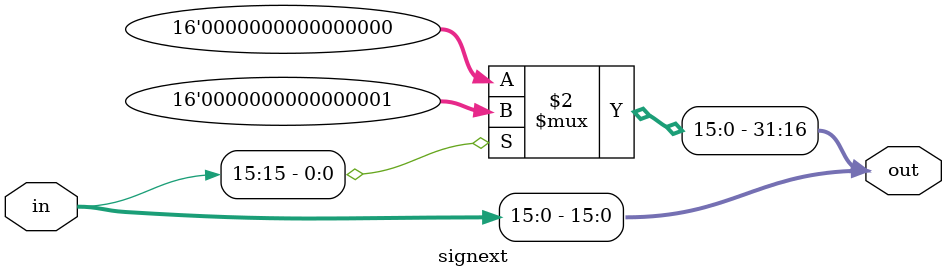
<source format=v>
module signext(in,out);
	input [15:0]in;
	output [31:0]out;
	
	assign out = {in[15] == 0 ? 16'b0 : 16'b1, in};
endmodule
</source>
